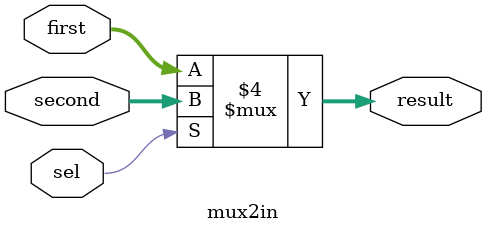
<source format=sv>
module mux2in(
	input logic[63:0] first,
	input logic [63:0] second,
	input logic sel,
	output logic [63:0] result
);
	
	always_comb begin
		if(sel == 0)
			result = first;
		else
			result = second;
	end
endmodule  //
</source>
